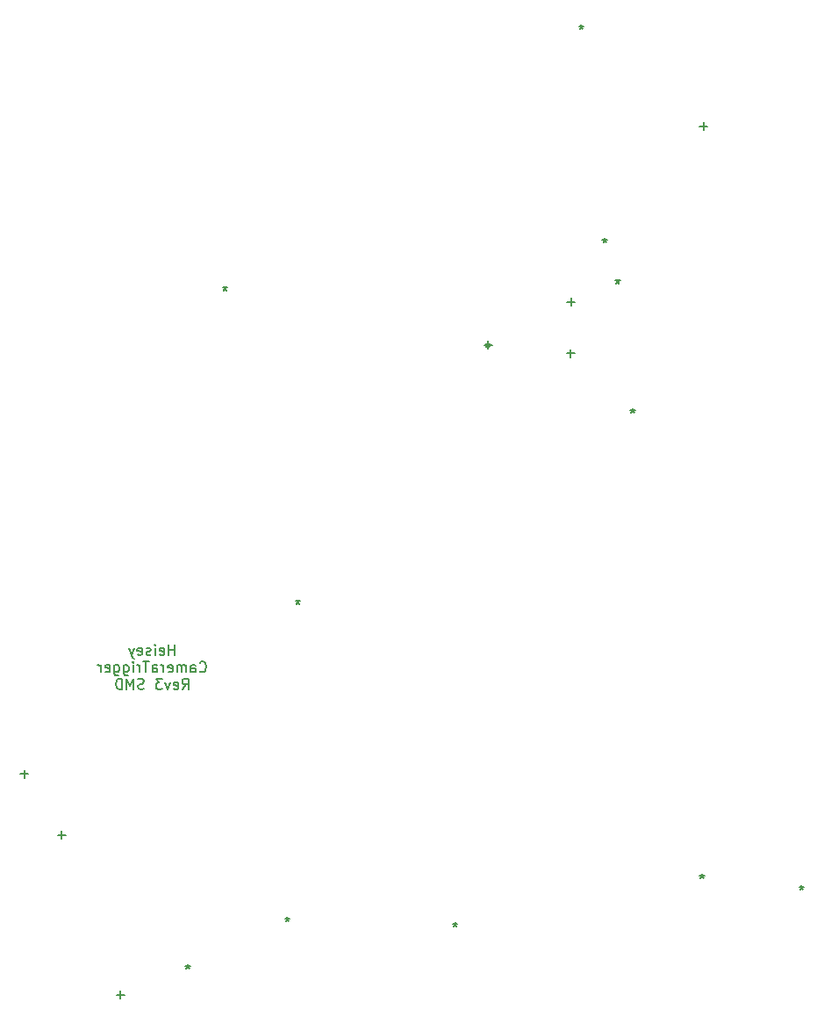
<source format=gbr>
G04 #@! TF.GenerationSoftware,KiCad,Pcbnew,(5.1.4)-1*
G04 #@! TF.CreationDate,2020-12-23T09:12:06-05:00*
G04 #@! TF.ProjectId,CameraTriggerR3SMD,43616d65-7261-4547-9269-676765725233,rev?*
G04 #@! TF.SameCoordinates,Original*
G04 #@! TF.FileFunction,Legend,Bot*
G04 #@! TF.FilePolarity,Positive*
%FSLAX46Y46*%
G04 Gerber Fmt 4.6, Leading zero omitted, Abs format (unit mm)*
G04 Created by KiCad (PCBNEW (5.1.4)-1) date 2020-12-23 09:12:06*
%MOMM*%
%LPD*%
G04 APERTURE LIST*
%ADD10C,0.150000*%
G04 APERTURE END LIST*
D10*
X28867146Y-61433700D02*
X28867146Y-60433700D01*
X28867146Y-60909891D02*
X28295718Y-60909891D01*
X28295718Y-61433700D02*
X28295718Y-60433700D01*
X27438575Y-61386081D02*
X27533813Y-61433700D01*
X27724289Y-61433700D01*
X27819527Y-61386081D01*
X27867146Y-61290843D01*
X27867146Y-60909891D01*
X27819527Y-60814653D01*
X27724289Y-60767034D01*
X27533813Y-60767034D01*
X27438575Y-60814653D01*
X27390956Y-60909891D01*
X27390956Y-61005129D01*
X27867146Y-61100367D01*
X26962384Y-61433700D02*
X26962384Y-60767034D01*
X26962384Y-60433700D02*
X27010003Y-60481320D01*
X26962384Y-60528939D01*
X26914765Y-60481320D01*
X26962384Y-60433700D01*
X26962384Y-60528939D01*
X26533813Y-61386081D02*
X26438575Y-61433700D01*
X26248099Y-61433700D01*
X26152860Y-61386081D01*
X26105241Y-61290843D01*
X26105241Y-61243224D01*
X26152860Y-61147986D01*
X26248099Y-61100367D01*
X26390956Y-61100367D01*
X26486194Y-61052748D01*
X26533813Y-60957510D01*
X26533813Y-60909891D01*
X26486194Y-60814653D01*
X26390956Y-60767034D01*
X26248099Y-60767034D01*
X26152860Y-60814653D01*
X25295718Y-61386081D02*
X25390956Y-61433700D01*
X25581432Y-61433700D01*
X25676670Y-61386081D01*
X25724289Y-61290843D01*
X25724289Y-60909891D01*
X25676670Y-60814653D01*
X25581432Y-60767034D01*
X25390956Y-60767034D01*
X25295718Y-60814653D01*
X25248099Y-60909891D01*
X25248099Y-61005129D01*
X25724289Y-61100367D01*
X24914765Y-60767034D02*
X24676670Y-61433700D01*
X24438575Y-60767034D02*
X24676670Y-61433700D01*
X24771908Y-61671796D01*
X24819527Y-61719415D01*
X24914765Y-61767034D01*
X31271908Y-62988462D02*
X31319527Y-63036081D01*
X31462384Y-63083700D01*
X31557622Y-63083700D01*
X31700480Y-63036081D01*
X31795718Y-62940843D01*
X31843337Y-62845605D01*
X31890956Y-62655129D01*
X31890956Y-62512272D01*
X31843337Y-62321796D01*
X31795718Y-62226558D01*
X31700480Y-62131320D01*
X31557622Y-62083700D01*
X31462384Y-62083700D01*
X31319527Y-62131320D01*
X31271908Y-62178939D01*
X30414765Y-63083700D02*
X30414765Y-62559891D01*
X30462384Y-62464653D01*
X30557622Y-62417034D01*
X30748099Y-62417034D01*
X30843337Y-62464653D01*
X30414765Y-63036081D02*
X30510003Y-63083700D01*
X30748099Y-63083700D01*
X30843337Y-63036081D01*
X30890956Y-62940843D01*
X30890956Y-62845605D01*
X30843337Y-62750367D01*
X30748099Y-62702748D01*
X30510003Y-62702748D01*
X30414765Y-62655129D01*
X29938575Y-63083700D02*
X29938575Y-62417034D01*
X29938575Y-62512272D02*
X29890956Y-62464653D01*
X29795718Y-62417034D01*
X29652860Y-62417034D01*
X29557622Y-62464653D01*
X29510003Y-62559891D01*
X29510003Y-63083700D01*
X29510003Y-62559891D02*
X29462384Y-62464653D01*
X29367146Y-62417034D01*
X29224289Y-62417034D01*
X29129051Y-62464653D01*
X29081432Y-62559891D01*
X29081432Y-63083700D01*
X28224289Y-63036081D02*
X28319527Y-63083700D01*
X28510003Y-63083700D01*
X28605241Y-63036081D01*
X28652860Y-62940843D01*
X28652860Y-62559891D01*
X28605241Y-62464653D01*
X28510003Y-62417034D01*
X28319527Y-62417034D01*
X28224289Y-62464653D01*
X28176670Y-62559891D01*
X28176670Y-62655129D01*
X28652860Y-62750367D01*
X27748099Y-63083700D02*
X27748099Y-62417034D01*
X27748099Y-62607510D02*
X27700480Y-62512272D01*
X27652860Y-62464653D01*
X27557622Y-62417034D01*
X27462384Y-62417034D01*
X26700480Y-63083700D02*
X26700480Y-62559891D01*
X26748099Y-62464653D01*
X26843337Y-62417034D01*
X27033813Y-62417034D01*
X27129051Y-62464653D01*
X26700480Y-63036081D02*
X26795718Y-63083700D01*
X27033813Y-63083700D01*
X27129051Y-63036081D01*
X27176670Y-62940843D01*
X27176670Y-62845605D01*
X27129051Y-62750367D01*
X27033813Y-62702748D01*
X26795718Y-62702748D01*
X26700480Y-62655129D01*
X26367146Y-62083700D02*
X25795718Y-62083700D01*
X26081432Y-63083700D02*
X26081432Y-62083700D01*
X25462384Y-63083700D02*
X25462384Y-62417034D01*
X25462384Y-62607510D02*
X25414765Y-62512272D01*
X25367146Y-62464653D01*
X25271908Y-62417034D01*
X25176670Y-62417034D01*
X24843337Y-63083700D02*
X24843337Y-62417034D01*
X24843337Y-62083700D02*
X24890956Y-62131320D01*
X24843337Y-62178939D01*
X24795718Y-62131320D01*
X24843337Y-62083700D01*
X24843337Y-62178939D01*
X23938575Y-62417034D02*
X23938575Y-63226558D01*
X23986194Y-63321796D01*
X24033813Y-63369415D01*
X24129051Y-63417034D01*
X24271908Y-63417034D01*
X24367146Y-63369415D01*
X23938575Y-63036081D02*
X24033813Y-63083700D01*
X24224289Y-63083700D01*
X24319527Y-63036081D01*
X24367146Y-62988462D01*
X24414765Y-62893224D01*
X24414765Y-62607510D01*
X24367146Y-62512272D01*
X24319527Y-62464653D01*
X24224289Y-62417034D01*
X24033813Y-62417034D01*
X23938575Y-62464653D01*
X23033813Y-62417034D02*
X23033813Y-63226558D01*
X23081432Y-63321796D01*
X23129051Y-63369415D01*
X23224289Y-63417034D01*
X23367146Y-63417034D01*
X23462384Y-63369415D01*
X23033813Y-63036081D02*
X23129051Y-63083700D01*
X23319527Y-63083700D01*
X23414765Y-63036081D01*
X23462384Y-62988462D01*
X23510003Y-62893224D01*
X23510003Y-62607510D01*
X23462384Y-62512272D01*
X23414765Y-62464653D01*
X23319527Y-62417034D01*
X23129051Y-62417034D01*
X23033813Y-62464653D01*
X22176670Y-63036081D02*
X22271908Y-63083700D01*
X22462384Y-63083700D01*
X22557622Y-63036081D01*
X22605241Y-62940843D01*
X22605241Y-62559891D01*
X22557622Y-62464653D01*
X22462384Y-62417034D01*
X22271908Y-62417034D01*
X22176670Y-62464653D01*
X22129051Y-62559891D01*
X22129051Y-62655129D01*
X22605241Y-62750367D01*
X21700480Y-63083700D02*
X21700480Y-62417034D01*
X21700480Y-62607510D02*
X21652860Y-62512272D01*
X21605241Y-62464653D01*
X21510003Y-62417034D01*
X21414765Y-62417034D01*
X29605241Y-64733700D02*
X29938575Y-64257510D01*
X30176670Y-64733700D02*
X30176670Y-63733700D01*
X29795718Y-63733700D01*
X29700480Y-63781320D01*
X29652860Y-63828939D01*
X29605241Y-63924177D01*
X29605241Y-64067034D01*
X29652860Y-64162272D01*
X29700480Y-64209891D01*
X29795718Y-64257510D01*
X30176670Y-64257510D01*
X28795718Y-64686081D02*
X28890956Y-64733700D01*
X29081432Y-64733700D01*
X29176670Y-64686081D01*
X29224289Y-64590843D01*
X29224289Y-64209891D01*
X29176670Y-64114653D01*
X29081432Y-64067034D01*
X28890956Y-64067034D01*
X28795718Y-64114653D01*
X28748099Y-64209891D01*
X28748099Y-64305129D01*
X29224289Y-64400367D01*
X28414765Y-64067034D02*
X28176670Y-64733700D01*
X27938575Y-64067034D01*
X27652860Y-63733700D02*
X27033813Y-63733700D01*
X27367146Y-64114653D01*
X27224289Y-64114653D01*
X27129051Y-64162272D01*
X27081432Y-64209891D01*
X27033813Y-64305129D01*
X27033813Y-64543224D01*
X27081432Y-64638462D01*
X27129051Y-64686081D01*
X27224289Y-64733700D01*
X27510003Y-64733700D01*
X27605241Y-64686081D01*
X27652860Y-64638462D01*
X25890956Y-64686081D02*
X25748099Y-64733700D01*
X25510003Y-64733700D01*
X25414765Y-64686081D01*
X25367146Y-64638462D01*
X25319527Y-64543224D01*
X25319527Y-64447986D01*
X25367146Y-64352748D01*
X25414765Y-64305129D01*
X25510003Y-64257510D01*
X25700479Y-64209891D01*
X25795718Y-64162272D01*
X25843337Y-64114653D01*
X25890956Y-64019415D01*
X25890956Y-63924177D01*
X25843337Y-63828939D01*
X25795718Y-63781320D01*
X25700479Y-63733700D01*
X25462384Y-63733700D01*
X25319527Y-63781320D01*
X24890956Y-64733700D02*
X24890956Y-63733700D01*
X24557622Y-64447986D01*
X24224289Y-63733700D01*
X24224289Y-64733700D01*
X23748099Y-64733700D02*
X23748099Y-63733700D01*
X23510003Y-63733700D01*
X23367146Y-63781320D01*
X23271908Y-63876558D01*
X23224289Y-63971796D01*
X23176670Y-64162272D01*
X23176670Y-64305129D01*
X23224289Y-64495605D01*
X23271908Y-64590843D01*
X23367146Y-64686081D01*
X23510003Y-64733700D01*
X23748099Y-64733700D01*
X14731952Y-72913548D02*
X13970047Y-72913548D01*
X14351000Y-73294500D02*
X14351000Y-72532596D01*
X18313352Y-78811428D02*
X17551447Y-78811428D01*
X17932400Y-79192380D02*
X17932400Y-78430476D01*
X89331800Y-83638140D02*
X89331800Y-83876236D01*
X89569895Y-83780998D02*
X89331800Y-83876236D01*
X89093704Y-83780998D01*
X89474657Y-84066712D02*
X89331800Y-83876236D01*
X89188942Y-84066712D01*
X79725520Y-82571340D02*
X79725520Y-82809436D01*
X79963615Y-82714198D02*
X79725520Y-82809436D01*
X79487424Y-82714198D01*
X79868377Y-82999912D02*
X79725520Y-82809436D01*
X79582662Y-82999912D01*
X55915560Y-87214460D02*
X55915560Y-87452556D01*
X56153655Y-87357318D02*
X55915560Y-87452556D01*
X55677464Y-87357318D01*
X56058417Y-87643032D02*
X55915560Y-87452556D01*
X55772702Y-87643032D01*
X39720520Y-86675980D02*
X39720520Y-86914076D01*
X39958615Y-86818838D02*
X39720520Y-86914076D01*
X39482424Y-86818838D01*
X39863377Y-87104552D02*
X39720520Y-86914076D01*
X39577662Y-87104552D01*
X30129480Y-91278460D02*
X30129480Y-91516556D01*
X30367575Y-91421318D02*
X30129480Y-91516556D01*
X29891384Y-91421318D01*
X30272337Y-91707032D02*
X30129480Y-91516556D01*
X29986622Y-91707032D01*
X23987712Y-94208908D02*
X23225807Y-94208908D01*
X23606760Y-94589860D02*
X23606760Y-93827956D01*
X73030080Y-37699700D02*
X73030080Y-37937796D01*
X73268175Y-37842558D02*
X73030080Y-37937796D01*
X72791984Y-37842558D01*
X73172937Y-38128272D02*
X73030080Y-37937796D01*
X72887222Y-38128272D01*
X59471512Y-31542028D02*
X58709607Y-31542028D01*
X59090560Y-31922980D02*
X59090560Y-31161076D01*
X67442032Y-32344668D02*
X66680127Y-32344668D01*
X67061080Y-32725620D02*
X67061080Y-31963716D01*
X67467432Y-27411988D02*
X66705527Y-27411988D01*
X67086480Y-27792940D02*
X67086480Y-27031036D01*
X71582280Y-25187660D02*
X71582280Y-25425756D01*
X71820375Y-25330518D02*
X71582280Y-25425756D01*
X71344184Y-25330518D01*
X71725137Y-25616232D02*
X71582280Y-25425756D01*
X71439422Y-25616232D01*
X70358000Y-21225260D02*
X70358000Y-21463356D01*
X70596095Y-21368118D02*
X70358000Y-21463356D01*
X70119904Y-21368118D01*
X70500857Y-21653832D02*
X70358000Y-21463356D01*
X70215142Y-21653832D01*
X80243632Y-10480348D02*
X79481727Y-10480348D01*
X79862680Y-10861300D02*
X79862680Y-10099396D01*
X68082160Y-691900D02*
X68082160Y-929996D01*
X68320255Y-834758D02*
X68082160Y-929996D01*
X67844064Y-834758D01*
X68225017Y-1120472D02*
X68082160Y-929996D01*
X67939302Y-1120472D01*
X59090560Y-31334460D02*
X59090560Y-31572556D01*
X59328655Y-31477318D02*
X59090560Y-31572556D01*
X58852464Y-31477318D01*
X59233417Y-31763032D02*
X59090560Y-31572556D01*
X58947702Y-31763032D01*
X40736520Y-56094380D02*
X40736520Y-56332476D01*
X40974615Y-56237238D02*
X40736520Y-56332476D01*
X40498424Y-56237238D01*
X40879377Y-56522952D02*
X40736520Y-56332476D01*
X40593662Y-56522952D01*
X33715960Y-25863300D02*
X33715960Y-26101396D01*
X33954055Y-26006158D02*
X33715960Y-26101396D01*
X33477864Y-26006158D01*
X33858817Y-26291872D02*
X33715960Y-26101396D01*
X33573102Y-26291872D01*
M02*

</source>
